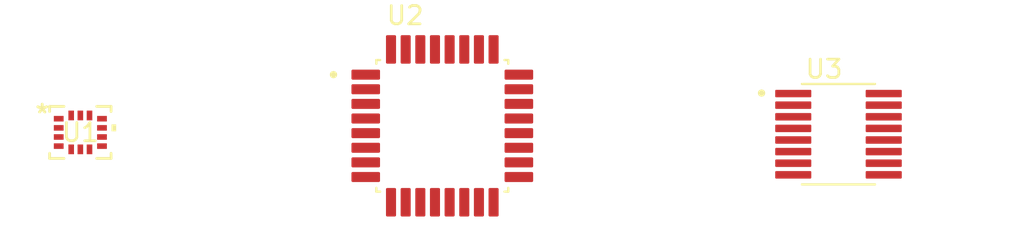
<source format=kicad_pcb>
(kicad_pcb (version 20240108) (generator "pcbnew") (generator_version "8.0")
  (layers (0 "F.Cu" signal) (31 "B.Cu" power) (34 "B.Paste" user) (35 "F.Paste" user) (36 "B.SilkS" user "B.Silkscreen") (37 "F.SilkS" user "F.Silkscreen") (38 "B.Mask" user) (39 "F.Mask" user) (44 "Edge.Cuts" user))
  (net 0 "")
  (net 21 "Net-(U2-VSS-Pad16)")
  (net 46 "Net-(U3-GND-Pad13)")
  (footprint "footprints:LGA-14L_2P5X3X0P83_STM" (layer "F.Cu") (at 154.6396 87.6806)
    (property "Reference" "U1" (at 0 0 0) (layer "F.SilkS"))
    (property "Value" "LSM6DS3TR")
    (fp_line (start -1.6764 -1.4224) (end -1.6764 -1.144182) (stroke (width 0.1524)) (layer "F.SilkS"))
    (fp_line (start -1.6764 1.144182) (end -1.6764 1.4224) (stroke (width 0.1524)) (layer "F.SilkS"))
    (fp_line (start -1.6764 1.4224) (end -0.89418 1.4224) (stroke (width 0.1524)) (layer "F.SilkS"))
    (fp_line (start -0.89418 -1.4224) (end -1.6764 -1.4224) (stroke (width 0.1524)) (layer "F.SilkS"))
    (fp_line (start 0.89418 1.4224) (end 1.6764 1.4224) (stroke (width 0.1524)) (layer "F.SilkS"))
    (fp_line (start 1.6764 -1.4224) (end 0.89418 -1.4224) (stroke (width 0.1524)) (layer "F.SilkS"))
    (fp_line (start 1.6764 -1.144182) (end 1.6764 -1.4224) (stroke (width 0.1524)) (layer "F.SilkS"))
    (fp_line (start 1.6764 1.4224) (end 1.6764 1.144182) (stroke (width 0.1524)) (layer "F.SilkS"))
    (fp_poly (pts (xy 1.9558 -0.4405) (xy 1.9558 -0.059499) (xy 1.7018 -0.059499) (xy 1.7018 -0.4405)) (fill solid) (layer "F.SilkS"))
    (fp_text user "*" (at -2.0828 -1 0) (layer "F.SilkS"))
    (fp_text user "*" (at -2.0828 -1 0) (layer "F.SilkS"))
    (pad "1" smd rect (at -1.1811 -0.750001 90) (size 0.3048 0.5334) (layers "F.Cu" "F.Paste" "F.Mask"))
    (pad "2" smd rect (at -1.1811 -0.25 90) (size 0.3048 0.5334) (layers "F.Cu" "F.Paste" "F.Mask"))
    (pad "3" smd rect (at -1.1811 0.25 90) (size 0.3048 0.5334) (layers "F.Cu" "F.Paste" "F.Mask"))
    (pad "4" smd rect (at -1.1811 0.750001 90) (size 0.3048 0.5334) (layers "F.Cu" "F.Paste" "F.Mask"))
    (pad "5" smd rect (at -0.499999 0.9271) (size 0.3048 0.5334) (layers "F.Cu" "F.Paste" "F.Mask"))
    (pad "6" smd rect (at 0 0.9271) (size 0.3048 0.5334) (layers "F.Cu" "F.Paste" "F.Mask"))
    (pad "7" smd rect (at 0.499999 0.9271) (size 0.3048 0.5334) (layers "F.Cu" "F.Paste" "F.Mask"))
    (pad "8" smd rect (at 1.1811 0.750001 90) (size 0.3048 0.5334) (layers "F.Cu" "F.Paste" "F.Mask"))
    (pad "9" smd rect (at 1.1811 0.25 90) (size 0.3048 0.5334) (layers "F.Cu" "F.Paste" "F.Mask"))
    (pad "10" smd rect (at 1.1811 -0.25 90) (size 0.3048 0.5334) (layers "F.Cu" "F.Paste" "F.Mask"))
    (pad "11" smd rect (at 1.1811 -0.750001 90) (size 0.3048 0.5334) (layers "F.Cu" "F.Paste" "F.Mask"))
    (pad "12" smd rect (at 0.499999 -0.9271) (size 0.3048 0.5334) (layers "F.Cu" "F.Paste" "F.Mask"))
    (pad "13" smd rect (at 0 -0.9271) (size 0.3048 0.5334) (layers "F.Cu" "F.Paste" "F.Mask"))
    (pad "14" smd rect (at -0.499999 -0.9271) (size 0.3048 0.5334) (layers "F.Cu" "F.Paste" "F.Mask"))
  )
  (footprint "MCUSym:QFP80P900X900X160-32N" (layer "F.Cu") (at 174.4 87.32)
    (property "Reference" "U2" (at -2.025 -6.035 0) (layer "F.SilkS"))
    (property "Value" "STM32F042K6T6")
    (fp_line (start -3.6 -3.6) (end -3.6 -3.395) (stroke (width 0.127)) (layer "F.SilkS"))
    (fp_line (start -3.6 -3.6) (end -3.395 -3.6) (stroke (width 0.127)) (layer "F.SilkS"))
    (fp_line (start -3.6 3.6) (end -3.6 3.395) (stroke (width 0.127)) (layer "F.SilkS"))
    (fp_line (start -3.6 3.6) (end -3.395 3.6) (stroke (width 0.127)) (layer "F.SilkS"))
    (fp_line (start 3.6 -3.6) (end 3.395 -3.6) (stroke (width 0.127)) (layer "F.SilkS"))
    (fp_line (start 3.6 -3.6) (end 3.6 -3.395) (stroke (width 0.127)) (layer "F.SilkS"))
    (fp_line (start 3.6 3.6) (end 3.395 3.6) (stroke (width 0.127)) (layer "F.SilkS"))
    (fp_line (start 3.6 3.6) (end 3.6 3.395) (stroke (width 0.127)) (layer "F.SilkS"))
    (fp_circle (center -5.94 -2.8) (end -5.84 -2.8) (stroke (width 0.2)) (fill none) (layer "F.SilkS"))
    (pad "1" smd roundrect (at -4.18 -2.8) (size 1.56 0.55) (layers "F.Cu" "F.Paste" "F.Mask") (roundrect_rratio 0.125))
    (pad "2" smd roundrect (at -4.18 -2) (size 1.56 0.55) (layers "F.Cu" "F.Paste" "F.Mask") (roundrect_rratio 0.125))
    (pad "3" smd roundrect (at -4.18 -1.2) (size 1.56 0.55) (layers "F.Cu" "F.Paste" "F.Mask") (roundrect_rratio 0.125))
    (pad "4" smd roundrect (at -4.18 -0.4) (size 1.56 0.55) (layers "F.Cu" "F.Paste" "F.Mask") (roundrect_rratio 0.125))
    (pad "5" smd roundrect (at -4.18 0.4) (size 1.56 0.55) (layers "F.Cu" "F.Paste" "F.Mask") (roundrect_rratio 0.125))
    (pad "6" smd roundrect (at -4.18 1.2) (size 1.56 0.55) (layers "F.Cu" "F.Paste" "F.Mask") (roundrect_rratio 0.125))
    (pad "7" smd roundrect (at -4.18 2) (size 1.56 0.55) (layers "F.Cu" "F.Paste" "F.Mask") (roundrect_rratio 0.125))
    (pad "8" smd roundrect (at -4.18 2.8) (size 1.56 0.55) (layers "F.Cu" "F.Paste" "F.Mask") (roundrect_rratio 0.125))
    (pad "9" smd roundrect (at -2.8 4.18) (size 0.55 1.56) (layers "F.Cu" "F.Paste" "F.Mask") (roundrect_rratio 0.125))
    (pad "10" smd roundrect (at -2 4.18) (size 0.55 1.56) (layers "F.Cu" "F.Paste" "F.Mask") (roundrect_rratio 0.125))
    (pad "11" smd roundrect (at -1.2 4.18) (size 0.55 1.56) (layers "F.Cu" "F.Paste" "F.Mask") (roundrect_rratio 0.125))
    (pad "12" smd roundrect (at -0.4 4.18) (size 0.55 1.56) (layers "F.Cu" "F.Paste" "F.Mask") (roundrect_rratio 0.125))
    (pad "13" smd roundrect (at 0.4 4.18) (size 0.55 1.56) (layers "F.Cu" "F.Paste" "F.Mask") (roundrect_rratio 0.125))
    (pad "14" smd roundrect (at 1.2 4.18) (size 0.55 1.56) (layers "F.Cu" "F.Paste" "F.Mask") (roundrect_rratio 0.125))
    (pad "15" smd roundrect (at 2 4.18) (size 0.55 1.56) (layers "F.Cu" "F.Paste" "F.Mask") (roundrect_rratio 0.125))
    (pad "16" smd roundrect (at 2.8 4.18) (size 0.55 1.56) (layers "F.Cu" "F.Paste" "F.Mask") (roundrect_rratio 0.125) (net 21 "Net-(U2-VSS-Pad16)"))
    (pad "17" smd roundrect (at 4.18 2.8) (size 1.56 0.55) (layers "F.Cu" "F.Paste" "F.Mask") (roundrect_rratio 0.125))
    (pad "18" smd roundrect (at 4.18 2) (size 1.56 0.55) (layers "F.Cu" "F.Paste" "F.Mask") (roundrect_rratio 0.125))
    (pad "19" smd roundrect (at 4.18 1.2) (size 1.56 0.55) (layers "F.Cu" "F.Paste" "F.Mask") (roundrect_rratio 0.125))
    (pad "20" smd roundrect (at 4.18 0.4) (size 1.56 0.55) (layers "F.Cu" "F.Paste" "F.Mask") (roundrect_rratio 0.125))
    (pad "21" smd roundrect (at 4.18 -0.4) (size 1.56 0.55) (layers "F.Cu" "F.Paste" "F.Mask") (roundrect_rratio 0.125))
    (pad "22" smd roundrect (at 4.18 -1.2) (size 1.56 0.55) (layers "F.Cu" "F.Paste" "F.Mask") (roundrect_rratio 0.125))
    (pad "23" smd roundrect (at 4.18 -2) (size 1.56 0.55) (layers "F.Cu" "F.Paste" "F.Mask") (roundrect_rratio 0.125))
    (pad "24" smd roundrect (at 4.18 -2.8) (size 1.56 0.55) (layers "F.Cu" "F.Paste" "F.Mask") (roundrect_rratio 0.125))
    (pad "25" smd roundrect (at 2.8 -4.18) (size 0.55 1.56) (layers "F.Cu" "F.Paste" "F.Mask") (roundrect_rratio 0.125))
    (pad "26" smd roundrect (at 2 -4.18) (size 0.55 1.56) (layers "F.Cu" "F.Paste" "F.Mask") (roundrect_rratio 0.125))
    (pad "27" smd roundrect (at 1.2 -4.18) (size 0.55 1.56) (layers "F.Cu" "F.Paste" "F.Mask") (roundrect_rratio 0.125))
    (pad "28" smd roundrect (at 0.4 -4.18) (size 0.55 1.56) (layers "F.Cu" "F.Paste" "F.Mask") (roundrect_rratio 0.125))
    (pad "29" smd roundrect (at -0.4 -4.18) (size 0.55 1.56) (layers "F.Cu" "F.Paste" "F.Mask") (roundrect_rratio 0.125))
    (pad "30" smd roundrect (at -1.2 -4.18) (size 0.55 1.56) (layers "F.Cu" "F.Paste" "F.Mask") (roundrect_rratio 0.125))
    (pad "31" smd roundrect (at -2 -4.18) (size 0.55 1.56) (layers "F.Cu" "F.Paste" "F.Mask") (roundrect_rratio 0.125))
    (pad "32" smd roundrect (at -2.8 -4.18) (size 0.55 1.56) (layers "F.Cu" "F.Paste" "F.Mask") (roundrect_rratio 0.125) (net 21 "Net-(U2-VSS-Pad16)"))
  )
  (footprint "USBSym:SOP63P599X175-16N" (layer "F.Cu") (at 196.03 87.7775)
    (property "Reference" "U3" (at -0.789 -3.5595 0) (layer "F.SilkS"))
    (property "Value" "FT230XS")
    (fp_line (start -1.994 -2.7475) (end 1.994 -2.7475) (stroke (width 0.127)) (layer "F.SilkS"))
    (fp_line (start -1.994 2.7475) (end 1.994 2.7475) (stroke (width 0.127)) (layer "F.SilkS"))
    (fp_circle (center -4.2 -2.25) (end -4.1 -2.25) (stroke (width 0.2)) (fill none) (layer "F.SilkS"))
    (pad "1" smd roundrect (at -2.47 -2.2225) (size 1.97 0.41) (layers "F.Cu" "F.Paste" "F.Mask") (roundrect_rratio 0.125))
    (pad "2" smd roundrect (at -2.47 -1.5875) (size 1.97 0.41) (layers "F.Cu" "F.Paste" "F.Mask") (roundrect_rratio 0.125))
    (pad "3" smd roundrect (at -2.47 -0.9525) (size 1.97 0.41) (layers "F.Cu" "F.Paste" "F.Mask") (roundrect_rratio 0.125))
    (pad "4" smd roundrect (at -2.47 -0.3175) (size 1.97 0.41) (layers "F.Cu" "F.Paste" "F.Mask") (roundrect_rratio 0.125))
    (pad "5" smd roundrect (at -2.47 0.3175) (size 1.97 0.41) (layers "F.Cu" "F.Paste" "F.Mask") (roundrect_rratio 0.125) (net 46 "Net-(U3-GND-Pad13)"))
    (pad "6" smd roundrect (at -2.47 0.9525) (size 1.97 0.41) (layers "F.Cu" "F.Paste" "F.Mask") (roundrect_rratio 0.125))
    (pad "7" smd roundrect (at -2.47 1.5875) (size 1.97 0.41) (layers "F.Cu" "F.Paste" "F.Mask") (roundrect_rratio 0.125))
    (pad "8" smd roundrect (at -2.47 2.2225) (size 1.97 0.41) (layers "F.Cu" "F.Paste" "F.Mask") (roundrect_rratio 0.125))
    (pad "9" smd roundrect (at 2.47 2.2225) (size 1.97 0.41) (layers "F.Cu" "F.Paste" "F.Mask") (roundrect_rratio 0.125))
    (pad "10" smd roundrect (at 2.47 1.5875) (size 1.97 0.41) (layers "F.Cu" "F.Paste" "F.Mask") (roundrect_rratio 0.125))
    (pad "11" smd roundrect (at 2.47 0.9525) (size 1.97 0.41) (layers "F.Cu" "F.Paste" "F.Mask") (roundrect_rratio 0.125))
    (pad "12" smd roundrect (at 2.47 0.3175) (size 1.97 0.41) (layers "F.Cu" "F.Paste" "F.Mask") (roundrect_rratio 0.125))
    (pad "13" smd roundrect (at 2.47 -0.3175) (size 1.97 0.41) (layers "F.Cu" "F.Paste" "F.Mask") (roundrect_rratio 0.125) (net 46 "Net-(U3-GND-Pad13)"))
    (pad "14" smd roundrect (at 2.47 -0.9525) (size 1.97 0.41) (layers "F.Cu" "F.Paste" "F.Mask") (roundrect_rratio 0.125))
    (pad "15" smd roundrect (at 2.47 -1.5875) (size 1.97 0.41) (layers "F.Cu" "F.Paste" "F.Mask") (roundrect_rratio 0.125))
    (pad "16" smd roundrect (at 2.47 -2.2225) (size 1.97 0.41) (layers "F.Cu" "F.Paste" "F.Mask") (roundrect_rratio 0.125))
  )
)
</source>
